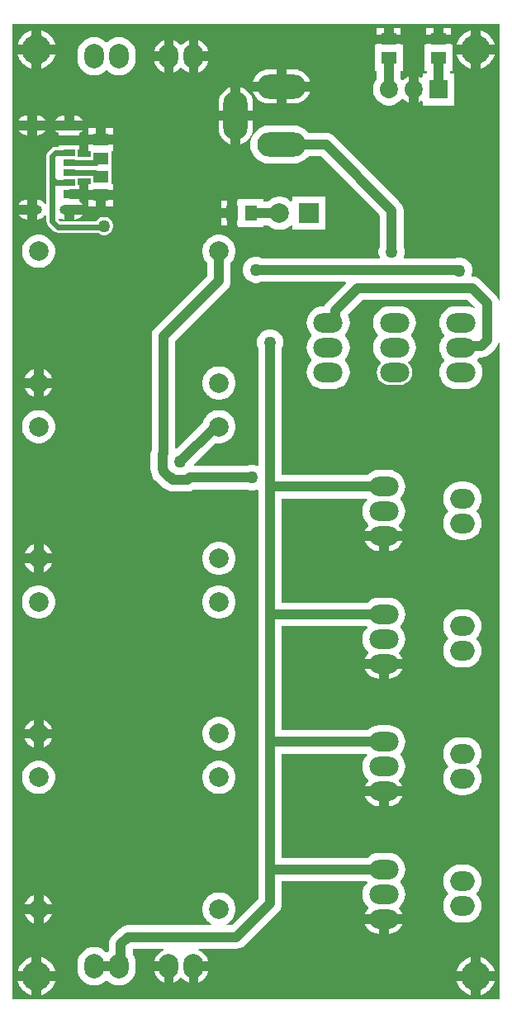
<source format=gbr>
G04*
G04 #@! TF.GenerationSoftware,Altium Limited,Altium Designer,24.2.2 (26)*
G04*
G04 Layer_Physical_Order=1*
G04 Layer_Color=255*
%FSLAX44Y44*%
%MOMM*%
G71*
G04*
G04 #@! TF.SameCoordinates,26981B9A-845B-47AF-AE02-24A449A504A3*
G04*
G04*
G04 #@! TF.FilePolarity,Positive*
G04*
G01*
G75*
%ADD16R,1.1500X0.9000*%
%ADD17R,1.1500X0.8000*%
%ADD18R,1.1500X0.7000*%
%ADD19R,1.5000X1.3000*%
%ADD20R,1.3000X1.5000*%
%ADD38C,1.0000*%
%ADD39C,0.6000*%
%ADD40C,1.8600*%
%ADD41R,1.8600X1.8600*%
%ADD42O,2.0000X1.0000*%
%ADD43O,3.0000X2.0000*%
%ADD44O,5.0000X2.5000*%
%ADD45O,2.5000X5.0000*%
%ADD46O,2.0000X2.5000*%
%ADD47C,2.0000*%
%ADD48R,2.0000X2.0000*%
%ADD49O,2.5000X2.0000*%
%ADD50C,1.2700*%
%ADD51C,3.0000*%
G36*
X499795Y1000794D02*
X500000Y1000709D01*
Y717923D01*
X498730Y717840D01*
X498691Y718132D01*
X497482Y721051D01*
X495559Y723558D01*
X480559Y738559D01*
X478052Y740482D01*
X475133Y741691D01*
X472000Y742104D01*
X471352D01*
X470759Y743374D01*
X471622Y746592D01*
Y750108D01*
X470712Y753503D01*
X468954Y756547D01*
X466469Y759033D01*
X463425Y760790D01*
X460029Y761700D01*
X456514D01*
X453119Y760790D01*
X453098Y760779D01*
X402006D01*
X401402Y761824D01*
X401454Y762049D01*
X402350Y765394D01*
Y768909D01*
X401440Y772304D01*
X401104Y772888D01*
Y810000D01*
X400691Y813133D01*
X399482Y816052D01*
X397559Y818559D01*
X330109Y886008D01*
X327602Y887932D01*
X324683Y889141D01*
X321550Y889553D01*
X303793D01*
X302355Y891305D01*
X299386Y893742D01*
X295998Y895552D01*
X292323Y896667D01*
X288500Y897044D01*
X263500D01*
X259677Y896667D01*
X256002Y895552D01*
X252614Y893742D01*
X249645Y891305D01*
X247208Y888336D01*
X245397Y884948D01*
X244282Y881272D01*
X243906Y877449D01*
X244282Y873627D01*
X245397Y869951D01*
X247208Y866563D01*
X249645Y863594D01*
X252614Y861157D01*
X256002Y859347D01*
X259677Y858232D01*
X263500Y857855D01*
X288500D01*
X292323Y858232D01*
X295998Y859347D01*
X299386Y861157D01*
X302355Y863594D01*
X303793Y865346D01*
X316537D01*
X376897Y804987D01*
Y772888D01*
X376560Y772304D01*
X375650Y768909D01*
Y765394D01*
X376546Y762049D01*
X376598Y761824D01*
X375994Y760779D01*
X256299D01*
X255153Y761440D01*
X251758Y762350D01*
X248242D01*
X244847Y761440D01*
X241803Y759683D01*
X239317Y757197D01*
X237560Y754153D01*
X236650Y750758D01*
Y747242D01*
X237560Y743847D01*
X239317Y740803D01*
X241803Y738317D01*
X244847Y736560D01*
X248242Y735650D01*
X251758D01*
X255153Y736560D01*
X255173Y736572D01*
X341795D01*
X342281Y735398D01*
X322355Y715472D01*
X320432Y712965D01*
X319983Y711882D01*
X319000D01*
X315668Y711554D01*
X312463Y710582D01*
X309510Y709003D01*
X306921Y706879D01*
X304797Y704290D01*
X303218Y701337D01*
X302246Y698133D01*
X301918Y694800D01*
X302246Y691467D01*
X303218Y688263D01*
X304797Y685310D01*
X306725Y682961D01*
X306859Y682100D01*
X306725Y681239D01*
X304797Y678890D01*
X303218Y675937D01*
X302246Y672733D01*
X301918Y669400D01*
X302246Y666067D01*
X303218Y662863D01*
X304797Y659910D01*
X306725Y657561D01*
X306859Y656700D01*
X306725Y655839D01*
X304797Y653490D01*
X303218Y650537D01*
X302246Y647333D01*
X301918Y644000D01*
X302246Y640667D01*
X303218Y637463D01*
X304797Y634510D01*
X306921Y631921D01*
X309510Y629797D01*
X312463Y628218D01*
X315668Y627246D01*
X319000Y626918D01*
X329000D01*
X332333Y627246D01*
X335537Y628218D01*
X338491Y629797D01*
X341079Y631921D01*
X343204Y634510D01*
X344782Y637463D01*
X345754Y640667D01*
X346083Y644000D01*
X345754Y647333D01*
X344782Y650537D01*
X343204Y653490D01*
X341276Y655839D01*
X341142Y656700D01*
X341276Y657561D01*
X343204Y659910D01*
X344782Y662863D01*
X345754Y666067D01*
X346083Y669400D01*
X345754Y672733D01*
X344782Y675937D01*
X343204Y678890D01*
X341276Y681239D01*
X341142Y682100D01*
X341276Y682961D01*
X343204Y685310D01*
X344782Y688263D01*
X345754Y691467D01*
X346083Y694800D01*
X345754Y698133D01*
X344782Y701337D01*
X343971Y702854D01*
X359013Y717896D01*
X466987D01*
X474381Y710502D01*
X473616Y709471D01*
X471537Y710582D01*
X468333Y711554D01*
X465000Y711882D01*
X455000D01*
X451668Y711554D01*
X448463Y710582D01*
X445510Y709003D01*
X442921Y706879D01*
X440797Y704290D01*
X439218Y701337D01*
X438246Y698133D01*
X437918Y694800D01*
X438246Y691467D01*
X439218Y688263D01*
X440797Y685310D01*
X442725Y682961D01*
X442859Y682100D01*
X442725Y681239D01*
X440797Y678890D01*
X439218Y675937D01*
X438246Y672733D01*
X437918Y669400D01*
X438246Y666067D01*
X439218Y662863D01*
X440797Y659910D01*
X442725Y657561D01*
X442859Y656700D01*
X442725Y655839D01*
X440797Y653490D01*
X439218Y650537D01*
X438246Y647333D01*
X437918Y644000D01*
X438246Y640667D01*
X439218Y637463D01*
X440797Y634510D01*
X442921Y631921D01*
X445510Y629797D01*
X448463Y628218D01*
X451668Y627246D01*
X455000Y626918D01*
X465000D01*
X468333Y627246D01*
X471537Y628218D01*
X474491Y629797D01*
X477079Y631921D01*
X479204Y634510D01*
X480782Y637463D01*
X481754Y640667D01*
X482083Y644000D01*
X481754Y647333D01*
X480782Y650537D01*
X479204Y653490D01*
X477276Y655839D01*
X477142Y656700D01*
X477276Y657561D01*
X478629Y659210D01*
X481143D01*
X484275Y659622D01*
X487194Y660831D01*
X489701Y662755D01*
X495559Y668613D01*
X497482Y671120D01*
X498691Y674039D01*
X498730Y674331D01*
X500000Y674248D01*
Y794D01*
X206D01*
X0Y1000D01*
Y1000794D01*
X499795D01*
D02*
G37*
%LPC*%
G36*
X449500Y997000D02*
X442000D01*
Y990500D01*
X449500D01*
Y997000D01*
D02*
G37*
G36*
X398500D02*
X391000D01*
Y990500D01*
X398500D01*
Y997000D01*
D02*
G37*
G36*
X381000D02*
X373500D01*
Y990500D01*
X381000D01*
Y997000D01*
D02*
G37*
G36*
X432000D02*
X424500D01*
Y990500D01*
X432000D01*
Y997000D01*
D02*
G37*
G36*
X109444Y987582D02*
X106111Y987254D01*
X102906Y986282D01*
X99953Y984703D01*
X97365Y982579D01*
X96123D01*
X93534Y984703D01*
X90581Y986282D01*
X87376Y987254D01*
X84044Y987582D01*
X80711Y987254D01*
X77506Y986282D01*
X74553Y984703D01*
X71965Y982579D01*
X69840Y979990D01*
X68262Y977037D01*
X67290Y973833D01*
X66961Y970500D01*
Y965500D01*
X67290Y962167D01*
X68262Y958963D01*
X69840Y956010D01*
X71965Y953421D01*
X74553Y951297D01*
X77506Y949718D01*
X80711Y948746D01*
X84044Y948418D01*
X87376Y948746D01*
X90581Y949718D01*
X93534Y951297D01*
X96123Y953421D01*
X97365D01*
X99953Y951297D01*
X102906Y949718D01*
X106111Y948746D01*
X109444Y948418D01*
X112776Y948746D01*
X115981Y949718D01*
X118934Y951297D01*
X121523Y953421D01*
X123647Y956010D01*
X125225Y958963D01*
X126198Y962167D01*
X126526Y965500D01*
Y970500D01*
X126198Y973833D01*
X125225Y977037D01*
X123647Y979990D01*
X121523Y982579D01*
X118934Y984703D01*
X115981Y986282D01*
X112776Y987254D01*
X109444Y987582D01*
D02*
G37*
G36*
X480000Y994397D02*
Y980000D01*
X494397D01*
X494231Y980834D01*
X492724Y984473D01*
X490535Y987749D01*
X487749Y990535D01*
X484473Y992723D01*
X480834Y994231D01*
X480000Y994397D01*
D02*
G37*
G36*
X470000D02*
X469166Y994231D01*
X465526Y992723D01*
X462251Y990535D01*
X459465Y987749D01*
X457276Y984473D01*
X455768Y980834D01*
X455603Y980000D01*
X470000D01*
Y994397D01*
D02*
G37*
G36*
X30000D02*
Y980000D01*
X44397D01*
X44232Y980834D01*
X42724Y984473D01*
X40535Y987749D01*
X37750Y990535D01*
X34474Y992723D01*
X30834Y994231D01*
X30000Y994397D01*
D02*
G37*
G36*
X20000D02*
X19166Y994231D01*
X15527Y992723D01*
X12251Y990535D01*
X9465Y987749D01*
X7276Y984473D01*
X5769Y980834D01*
X5603Y980000D01*
X20000D01*
Y994397D01*
D02*
G37*
G36*
X191000Y984658D02*
Y973000D01*
X200826D01*
X200783Y973440D01*
X199925Y976268D01*
X198532Y978874D01*
X196658Y981158D01*
X194374Y983032D01*
X191768Y984425D01*
X191000Y984658D01*
D02*
G37*
G36*
X155600Y984658D02*
X154832Y984425D01*
X152226Y983032D01*
X149942Y981158D01*
X148068Y978874D01*
X146675Y976268D01*
X145817Y973440D01*
X145774Y973000D01*
X155600D01*
Y984658D01*
D02*
G37*
G36*
X494397Y970000D02*
X480000D01*
Y955602D01*
X480834Y955768D01*
X484473Y957276D01*
X487749Y959465D01*
X490535Y962251D01*
X492724Y965526D01*
X494231Y969166D01*
X494397Y970000D01*
D02*
G37*
G36*
X470000D02*
X455603D01*
X455768Y969166D01*
X457276Y965526D01*
X459465Y962251D01*
X462251Y959465D01*
X465526Y957276D01*
X469166Y955768D01*
X470000Y955602D01*
Y970000D01*
D02*
G37*
G36*
X44397D02*
X30000D01*
Y955602D01*
X30834Y955768D01*
X34474Y957276D01*
X37750Y959465D01*
X40535Y962251D01*
X42724Y965526D01*
X44232Y969166D01*
X44397Y970000D01*
D02*
G37*
G36*
X20000D02*
X5603D01*
X5769Y969166D01*
X7276Y965526D01*
X9465Y962251D01*
X12251Y959465D01*
X15527Y957276D01*
X19166Y955768D01*
X20000Y955602D01*
Y970000D01*
D02*
G37*
G36*
X165600Y984658D02*
Y968000D01*
Y951342D01*
X166368Y951575D01*
X168974Y952968D01*
X171258Y954842D01*
X172482Y956333D01*
X174118D01*
X175342Y954842D01*
X177626Y952968D01*
X180232Y951575D01*
X181000Y951342D01*
Y968000D01*
Y984658D01*
X180232Y984425D01*
X177626Y983032D01*
X175342Y981158D01*
X174118Y979667D01*
X172482D01*
X171258Y981158D01*
X168974Y983032D01*
X166368Y984425D01*
X165600Y984658D01*
D02*
G37*
G36*
X155600Y963000D02*
X145774D01*
X145817Y962560D01*
X146675Y959732D01*
X148068Y957126D01*
X149942Y954842D01*
X152226Y952968D01*
X154832Y951575D01*
X155600Y951342D01*
Y963000D01*
D02*
G37*
G36*
X200826D02*
X191000D01*
Y951342D01*
X191768Y951575D01*
X194374Y952968D01*
X196658Y954842D01*
X198532Y957126D01*
X199925Y959732D01*
X200783Y962560D01*
X200826Y963000D01*
D02*
G37*
G36*
X449500Y980500D02*
X437000D01*
X424500D01*
Y980000D01*
X422500D01*
Y953000D01*
X424896D01*
Y950300D01*
X420700D01*
Y946725D01*
X419430Y945992D01*
X417119Y947326D01*
X416600Y947465D01*
Y934000D01*
Y920535D01*
X417119Y920675D01*
X419430Y922009D01*
X420700Y921275D01*
Y917700D01*
X453300D01*
Y950300D01*
X449103D01*
Y953000D01*
X451500D01*
Y980000D01*
X449500D01*
Y980500D01*
D02*
G37*
G36*
X288500Y954584D02*
X281000D01*
Y942000D01*
X305271D01*
X304746Y943729D01*
X303121Y946769D01*
X300934Y949434D01*
X298270Y951621D01*
X295229Y953246D01*
X291931Y954246D01*
X288500Y954584D01*
D02*
G37*
G36*
X271000D02*
X263500D01*
X260069Y954246D01*
X256771Y953246D01*
X253731Y951621D01*
X251066Y949434D01*
X248879Y946769D01*
X247254Y943729D01*
X246729Y942000D01*
X271000D01*
Y954584D01*
D02*
G37*
G36*
X398500Y980500D02*
X386000D01*
X373500D01*
Y980000D01*
X371500D01*
Y953000D01*
X373996D01*
Y944848D01*
X373539Y944391D01*
X371755Y941721D01*
X370526Y938755D01*
X369900Y935605D01*
Y932395D01*
X370526Y929246D01*
X371755Y926279D01*
X373539Y923609D01*
X375809Y921339D01*
X378479Y919555D01*
X381445Y918326D01*
X384594Y917700D01*
X387805D01*
X390954Y918326D01*
X393921Y919555D01*
X396590Y921339D01*
X398861Y923609D01*
X399305Y924275D01*
X400940Y924436D01*
X402819Y922557D01*
X406080Y920675D01*
X406600Y920535D01*
Y934000D01*
Y947465D01*
X406080Y947326D01*
X402819Y945443D01*
X400940Y943564D01*
X399305Y943725D01*
X398861Y944391D01*
X398203Y945048D01*
Y953000D01*
X400500D01*
Y980000D01*
X398500D01*
Y980500D01*
D02*
G37*
G36*
X305271Y932000D02*
X281000D01*
Y919415D01*
X288500D01*
X291931Y919753D01*
X295229Y920753D01*
X298270Y922378D01*
X300934Y924565D01*
X303121Y927230D01*
X304746Y930270D01*
X305271Y932000D01*
D02*
G37*
G36*
X271000D02*
X246729D01*
X247254Y930270D01*
X248879Y927230D01*
X251066Y924565D01*
X253731Y922378D01*
X256771Y920753D01*
X260069Y919753D01*
X263500Y919415D01*
X271000D01*
Y932000D01*
D02*
G37*
G36*
X234100Y936310D02*
Y912039D01*
X246685D01*
Y919539D01*
X246347Y922970D01*
X245346Y926269D01*
X243721Y929309D01*
X241534Y931974D01*
X238869Y934161D01*
X235829Y935786D01*
X234100Y936310D01*
D02*
G37*
G36*
X224100Y936310D02*
X222371Y935786D01*
X219331Y934161D01*
X216666Y931974D01*
X214479Y929309D01*
X212854Y926269D01*
X211853Y922970D01*
X211515Y919539D01*
Y912039D01*
X224100D01*
Y936310D01*
D02*
G37*
G36*
X63329Y907286D02*
X63329D01*
Y902200D01*
X72082D01*
X72064Y902243D01*
X70461Y904332D01*
X68373Y905935D01*
X65940Y906943D01*
X63329Y907286D01*
D02*
G37*
G36*
X53329D02*
X53329D01*
X50719Y906943D01*
X48286Y905935D01*
X46197Y904332D01*
X44594Y902243D01*
X44577Y902200D01*
X53329D01*
Y907286D01*
D02*
G37*
G36*
X25329D02*
X25329D01*
Y902200D01*
X34082D01*
X34064Y902243D01*
X32461Y904332D01*
X30373Y905935D01*
X27940Y906943D01*
X25329Y907286D01*
D02*
G37*
G36*
X15329D02*
X15329D01*
X12719Y906943D01*
X10286Y905935D01*
X8197Y904332D01*
X6594Y902243D01*
X6576Y902200D01*
X15329D01*
Y907286D01*
D02*
G37*
G36*
X103500Y894000D02*
X96000D01*
Y887500D01*
X103500D01*
Y894000D01*
D02*
G37*
G36*
X86000D02*
X78500D01*
Y887500D01*
X86000D01*
Y894000D01*
D02*
G37*
G36*
X34082Y892200D02*
X25329D01*
Y887114D01*
X25329D01*
X27940Y887457D01*
X30373Y888465D01*
X32461Y890068D01*
X34064Y892157D01*
X34082Y892200D01*
D02*
G37*
G36*
X15329D02*
X6576D01*
X6594Y892157D01*
X8197Y890068D01*
X10286Y888465D01*
X12719Y887457D01*
X15329Y887114D01*
X15329D01*
Y892200D01*
D02*
G37*
G36*
X72082D02*
X44577D01*
X44594Y892157D01*
X46197Y890068D01*
X47629Y888969D01*
Y886500D01*
X69129D01*
Y889046D01*
X70461Y890068D01*
X72064Y892157D01*
X72082Y892200D01*
D02*
G37*
G36*
X224100Y902039D02*
X211515D01*
Y894539D01*
X211853Y891109D01*
X212854Y887810D01*
X214479Y884770D01*
X216666Y882105D01*
X219331Y879918D01*
X222371Y878293D01*
X224100Y877769D01*
Y902039D01*
D02*
G37*
G36*
X246685D02*
X234100D01*
Y877769D01*
X235829Y878293D01*
X238869Y879918D01*
X241534Y882105D01*
X243721Y884770D01*
X245346Y887810D01*
X246347Y891109D01*
X246685Y894539D01*
Y902039D01*
D02*
G37*
G36*
X103500Y877500D02*
X91000D01*
X78500D01*
Y871000D01*
X80500D01*
Y865117D01*
X67129D01*
Y872000D01*
X69129D01*
Y876500D01*
X47629D01*
Y875318D01*
X44515D01*
X42174Y874852D01*
X40189Y873526D01*
X36674Y870011D01*
X35348Y868026D01*
X34883Y865685D01*
Y843000D01*
Y816863D01*
X33612Y816432D01*
X32461Y817932D01*
X30373Y819535D01*
X27940Y820543D01*
X25329Y820886D01*
X25329D01*
Y810800D01*
Y800714D01*
X25329D01*
X27940Y801057D01*
X30373Y802065D01*
X32461Y803668D01*
X33612Y805168D01*
X34883Y804737D01*
Y799000D01*
X35348Y796659D01*
X36674Y794674D01*
X42674Y788674D01*
X44659Y787348D01*
X47000Y786882D01*
X87895D01*
X88259Y786518D01*
X90391Y785287D01*
X92769Y784650D01*
X95231D01*
X97609Y785287D01*
X99741Y786518D01*
X101482Y788259D01*
X102713Y790391D01*
X103350Y792769D01*
Y795231D01*
X102713Y797609D01*
X101482Y799741D01*
X99741Y801482D01*
X97609Y802713D01*
X95231Y803350D01*
X92769D01*
X90391Y802713D01*
X88259Y801482D01*
X86518Y799741D01*
X86158Y799118D01*
X49534D01*
X47842Y800810D01*
X47871Y800880D01*
X49508Y801559D01*
X50719Y801057D01*
X53329Y800714D01*
X53329D01*
Y810800D01*
X58329D01*
Y815800D01*
X72082D01*
X72064Y815843D01*
X70461Y817932D01*
X69129Y818954D01*
Y821500D01*
X58379D01*
Y831500D01*
X69129D01*
Y836000D01*
X67129D01*
Y842883D01*
X80500D01*
Y837000D01*
X78500D01*
Y830500D01*
X91000D01*
X103500D01*
Y837000D01*
X101500D01*
Y854000D01*
X101500D01*
X101500Y855270D01*
Y871000D01*
X103500D01*
Y877500D01*
D02*
G37*
G36*
X321000Y824000D02*
X287000D01*
Y819701D01*
X285827Y819215D01*
X284837Y820205D01*
X282053Y822065D01*
X278959Y823347D01*
X275674Y824000D01*
X272326D01*
X269042Y823347D01*
X265948Y822065D01*
X263163Y820205D01*
X262062Y819104D01*
X258000D01*
Y821500D01*
X231000D01*
Y819500D01*
X230500D01*
Y807000D01*
Y794500D01*
X231000D01*
Y792500D01*
X258000D01*
Y794897D01*
X262062D01*
X263163Y793795D01*
X265948Y791935D01*
X269042Y790654D01*
X272326Y790000D01*
X275674D01*
X278959Y790654D01*
X282053Y791935D01*
X284837Y793795D01*
X285827Y794785D01*
X287000Y794299D01*
Y790000D01*
X321000D01*
Y824000D01*
D02*
G37*
G36*
X15329Y820886D02*
X15329D01*
X12719Y820543D01*
X10286Y819535D01*
X8197Y817932D01*
X6594Y815843D01*
X6576Y815800D01*
X15329D01*
Y820886D01*
D02*
G37*
G36*
X103500Y820500D02*
X96000D01*
Y814000D01*
X103500D01*
Y820500D01*
D02*
G37*
G36*
X86000D02*
X78500D01*
Y814000D01*
X86000D01*
Y820500D01*
D02*
G37*
G36*
X220500Y819500D02*
X214000D01*
Y812000D01*
X220500D01*
Y819500D01*
D02*
G37*
G36*
X72082Y805800D02*
X63329D01*
Y800714D01*
X63329D01*
X65940Y801057D01*
X68373Y802065D01*
X70461Y803668D01*
X72064Y805757D01*
X72082Y805800D01*
D02*
G37*
G36*
X15329D02*
X6576D01*
X6594Y805757D01*
X8197Y803668D01*
X10286Y802065D01*
X12719Y801057D01*
X15329Y800714D01*
X15329D01*
Y805800D01*
D02*
G37*
G36*
X220500Y802000D02*
X214000D01*
Y794500D01*
X220500D01*
Y802000D01*
D02*
G37*
G36*
X28674Y785000D02*
X25326D01*
X22041Y784346D01*
X18948Y783065D01*
X16163Y781205D01*
X13795Y778837D01*
X11935Y776052D01*
X10654Y772959D01*
X10000Y769674D01*
Y766326D01*
X10654Y763041D01*
X11935Y759947D01*
X13795Y757163D01*
X16163Y754795D01*
X18948Y752935D01*
X22041Y751653D01*
X25326Y751000D01*
X28674D01*
X31959Y751653D01*
X35053Y752935D01*
X37837Y754795D01*
X40205Y757163D01*
X42065Y759947D01*
X43347Y763041D01*
X44000Y766326D01*
Y769674D01*
X43347Y772959D01*
X42065Y776052D01*
X40205Y778837D01*
X37837Y781205D01*
X35053Y783065D01*
X31959Y784346D01*
X28674Y785000D01*
D02*
G37*
G36*
X32000Y647164D02*
Y637999D01*
X41165D01*
X40293Y640105D01*
X38651Y642561D01*
X36562Y644651D01*
X34105Y646292D01*
X32000Y647164D01*
D02*
G37*
G36*
X22000D02*
X19895Y646292D01*
X17438Y644651D01*
X15349Y642561D01*
X13707Y640105D01*
X12835Y637999D01*
X22000D01*
Y647164D01*
D02*
G37*
G36*
X397000Y711882D02*
X387000D01*
X383668Y711554D01*
X380463Y710582D01*
X377510Y709003D01*
X374921Y706879D01*
X372797Y704290D01*
X371218Y701337D01*
X370246Y698133D01*
X369918Y694800D01*
X370246Y691467D01*
X371218Y688263D01*
X372797Y685310D01*
X374725Y682961D01*
X374859Y682100D01*
X374725Y681239D01*
X372797Y678890D01*
X371218Y675937D01*
X370246Y672733D01*
X369918Y669400D01*
X370246Y666067D01*
X371218Y662863D01*
X372797Y659910D01*
X374921Y657321D01*
X377510Y655197D01*
X378084Y654890D01*
X378188Y653624D01*
X377729Y653272D01*
X375645Y650556D01*
X374335Y647394D01*
X373888Y644000D01*
X374335Y640606D01*
X375645Y637444D01*
X377729Y634728D01*
X380444Y632645D01*
X383607Y631335D01*
X387000Y630888D01*
X397000D01*
X400394Y631335D01*
X403556Y632645D01*
X406272Y634728D01*
X408356Y637444D01*
X409666Y640606D01*
X410112Y644000D01*
X409666Y647394D01*
X408356Y650556D01*
X406272Y653272D01*
X405813Y653624D01*
X405917Y654890D01*
X406491Y655197D01*
X409079Y657321D01*
X411204Y659910D01*
X412782Y662863D01*
X413754Y666067D01*
X414083Y669400D01*
X413754Y672733D01*
X412782Y675937D01*
X411204Y678890D01*
X409276Y681239D01*
X409142Y682100D01*
X409276Y682961D01*
X411204Y685310D01*
X412782Y688263D01*
X413754Y691467D01*
X414083Y694800D01*
X413754Y698133D01*
X412782Y701337D01*
X411204Y704290D01*
X409079Y706879D01*
X406491Y709003D01*
X403537Y710582D01*
X400333Y711554D01*
X397000Y711882D01*
D02*
G37*
G36*
X41165Y627999D02*
X32000D01*
Y618835D01*
X34105Y619706D01*
X36562Y621348D01*
X38651Y623437D01*
X40293Y625894D01*
X41165Y627999D01*
D02*
G37*
G36*
X22000D02*
X12835D01*
X13707Y625894D01*
X15349Y623437D01*
X17438Y621348D01*
X19895Y619706D01*
X22000Y618835D01*
Y627999D01*
D02*
G37*
G36*
X213674Y649999D02*
X210326D01*
X207041Y649346D01*
X203948Y648065D01*
X201163Y646204D01*
X198795Y643836D01*
X196935Y641052D01*
X195653Y637958D01*
X195000Y634674D01*
Y631325D01*
X195653Y628041D01*
X196935Y624947D01*
X198795Y622163D01*
X201163Y619795D01*
X203948Y617934D01*
X207041Y616653D01*
X210326Y615999D01*
X213674D01*
X216959Y616653D01*
X220053Y617934D01*
X222837Y619795D01*
X225205Y622163D01*
X227065Y624947D01*
X228347Y628041D01*
X229000Y631325D01*
Y634674D01*
X228347Y637958D01*
X227065Y641052D01*
X225205Y643836D01*
X222837Y646204D01*
X220053Y648065D01*
X216959Y649346D01*
X213674Y649999D01*
D02*
G37*
G36*
X28674Y605214D02*
X25326D01*
X22041Y604560D01*
X18948Y603279D01*
X16163Y601418D01*
X13795Y599051D01*
X11935Y596266D01*
X10654Y593172D01*
X10000Y589888D01*
Y586539D01*
X10654Y583255D01*
X11935Y580161D01*
X13795Y577377D01*
X16163Y575009D01*
X18948Y573148D01*
X22041Y571867D01*
X25326Y571214D01*
X28674D01*
X31959Y571867D01*
X35053Y573148D01*
X37837Y575009D01*
X40205Y577377D01*
X42065Y580161D01*
X43347Y583255D01*
X44000Y586539D01*
Y589888D01*
X43347Y593172D01*
X42065Y596266D01*
X40205Y599051D01*
X37837Y601418D01*
X35053Y603279D01*
X31959Y604560D01*
X28674Y605214D01*
D02*
G37*
G36*
X213674Y785000D02*
X210326D01*
X207041Y784346D01*
X203948Y783065D01*
X201163Y781205D01*
X198795Y778837D01*
X196935Y776052D01*
X195653Y772959D01*
X195000Y769674D01*
Y766326D01*
X195653Y763041D01*
X196935Y759947D01*
X198795Y757163D01*
X199897Y756062D01*
Y743014D01*
X146441Y689558D01*
X144518Y687052D01*
X143309Y684133D01*
X142896Y681000D01*
Y564552D01*
X142273Y563047D01*
X141861Y559915D01*
Y544713D01*
X142273Y541581D01*
X143240Y539246D01*
X143309Y538725D01*
X144518Y535806D01*
X146441Y533299D01*
X152299Y527441D01*
X154806Y525518D01*
X157418Y524436D01*
X158662Y523482D01*
X161581Y522273D01*
X164714Y521860D01*
X179915D01*
X183048Y522273D01*
X185967Y523482D01*
X186507Y523896D01*
X240264D01*
X240847Y523560D01*
X244242Y522650D01*
X247757D01*
X251110Y523548D01*
X251326Y523606D01*
X252380Y522998D01*
Y395000D01*
Y266000D01*
Y131000D01*
Y104497D01*
X224986Y77104D01*
X219816D01*
X219563Y78374D01*
X220053Y78576D01*
X222837Y80437D01*
X225205Y82805D01*
X227065Y85589D01*
X228347Y88683D01*
X229000Y91967D01*
Y95316D01*
X228347Y98600D01*
X227065Y101694D01*
X225205Y104478D01*
X222837Y106846D01*
X220053Y108707D01*
X216959Y109988D01*
X213674Y110642D01*
X210326D01*
X207041Y109988D01*
X203948Y108707D01*
X201163Y106846D01*
X198795Y104478D01*
X196935Y101694D01*
X195653Y98600D01*
X195000Y95316D01*
Y91967D01*
X195653Y88683D01*
X196935Y85589D01*
X198795Y82805D01*
X201163Y80437D01*
X203948Y78576D01*
X204437Y78374D01*
X204184Y77104D01*
X118858D01*
X115725Y76691D01*
X112806Y75482D01*
X110299Y73559D01*
X102798Y66058D01*
X100875Y63551D01*
X99666Y60632D01*
X99253Y57499D01*
Y51129D01*
X97604Y49775D01*
X96743Y49641D01*
X95883Y49775D01*
X93534Y51703D01*
X90581Y53282D01*
X87376Y54254D01*
X84044Y54582D01*
X80711Y54254D01*
X77506Y53282D01*
X74553Y51703D01*
X71965Y49579D01*
X69840Y46990D01*
X68262Y44037D01*
X67290Y40832D01*
X66961Y37500D01*
Y32500D01*
X67290Y29167D01*
X68262Y25963D01*
X69840Y23009D01*
X71965Y20421D01*
X74553Y18296D01*
X77506Y16718D01*
X80711Y15746D01*
X84044Y15417D01*
X87376Y15746D01*
X90581Y16718D01*
X93534Y18296D01*
X95883Y20224D01*
X96743Y20358D01*
X97604Y20224D01*
X99953Y18296D01*
X102906Y16718D01*
X106111Y15746D01*
X109444Y15417D01*
X112776Y15746D01*
X115981Y16718D01*
X118934Y18296D01*
X121523Y20421D01*
X123647Y23009D01*
X125225Y25963D01*
X126198Y29167D01*
X126526Y32500D01*
Y37500D01*
X126198Y40832D01*
X125225Y44037D01*
X123647Y46990D01*
X123461Y47217D01*
Y52486D01*
X123871Y52896D01*
X155308D01*
X155497Y51626D01*
X154832Y51425D01*
X152226Y50032D01*
X149942Y48158D01*
X148068Y45873D01*
X146675Y43268D01*
X145817Y40440D01*
X145774Y40000D01*
X160600D01*
Y35000D01*
X165600D01*
Y18341D01*
X166368Y18574D01*
X168974Y19967D01*
X171258Y21842D01*
X172482Y23333D01*
X174118D01*
X175342Y21842D01*
X177626Y19967D01*
X180232Y18574D01*
X181000Y18341D01*
Y35000D01*
X186000D01*
Y40000D01*
X200826D01*
X200783Y40440D01*
X199925Y43268D01*
X198532Y45873D01*
X196658Y48158D01*
X194374Y50032D01*
X191768Y51425D01*
X191104Y51626D01*
X191292Y52896D01*
X230000D01*
X233133Y53309D01*
X236052Y54518D01*
X238559Y56441D01*
X273042Y90925D01*
X274965Y93431D01*
X276174Y96350D01*
X276587Y99483D01*
Y122109D01*
X363402D01*
X363848Y121062D01*
X363878Y120839D01*
X361797Y118303D01*
X360218Y115349D01*
X359246Y112145D01*
X358918Y108812D01*
X359246Y105480D01*
X360218Y102275D01*
X361797Y99322D01*
X363921Y96733D01*
X365480Y95454D01*
Y94390D01*
X365271Y93983D01*
X363468Y91786D01*
X362075Y89180D01*
X361842Y88412D01*
X381000D01*
X400158D01*
X399925Y89180D01*
X398532Y91786D01*
X396730Y93983D01*
X396520Y94390D01*
Y95454D01*
X398079Y96733D01*
X400203Y99322D01*
X401782Y102275D01*
X402754Y105480D01*
X403082Y108812D01*
X402754Y112145D01*
X401782Y115349D01*
X400203Y118303D01*
X398276Y120652D01*
X398141Y121512D01*
X398276Y122373D01*
X400203Y124722D01*
X401782Y127675D01*
X402754Y130880D01*
X403082Y134212D01*
X402754Y137545D01*
X401782Y140749D01*
X400203Y143703D01*
X398079Y146291D01*
X395490Y148416D01*
X392537Y149994D01*
X389333Y150966D01*
X386000Y151294D01*
X376000D01*
X372667Y150966D01*
X369463Y149994D01*
X366510Y148416D01*
X363951Y146316D01*
X276587D01*
Y252949D01*
X363402D01*
X363848Y251902D01*
X363878Y251679D01*
X361797Y249143D01*
X360218Y246189D01*
X359246Y242985D01*
X358918Y239652D01*
X359246Y236320D01*
X360218Y233115D01*
X361797Y230162D01*
X363921Y227573D01*
X365480Y226294D01*
Y225230D01*
X365271Y224823D01*
X363468Y222626D01*
X362075Y220020D01*
X361842Y219252D01*
X381000D01*
X400158D01*
X399925Y220020D01*
X398532Y222626D01*
X396730Y224823D01*
X396520Y225230D01*
Y226294D01*
X398079Y227573D01*
X400203Y230162D01*
X401782Y233115D01*
X402754Y236320D01*
X403082Y239652D01*
X402754Y242985D01*
X401782Y246189D01*
X400203Y249143D01*
X398276Y251492D01*
X398141Y252352D01*
X398276Y253213D01*
X400203Y255562D01*
X401782Y258515D01*
X402754Y261720D01*
X403082Y265052D01*
X402754Y268385D01*
X401782Y271589D01*
X400203Y274543D01*
X398079Y277131D01*
X395490Y279256D01*
X392537Y280834D01*
X389333Y281806D01*
X386000Y282134D01*
X376000D01*
X372667Y281806D01*
X369463Y280834D01*
X366510Y279256D01*
X363951Y277156D01*
X276587D01*
Y383789D01*
X363402D01*
X363848Y382742D01*
X363878Y382519D01*
X361797Y379983D01*
X360218Y377029D01*
X359246Y373825D01*
X358918Y370492D01*
X359246Y367160D01*
X360218Y363955D01*
X361797Y361002D01*
X363921Y358413D01*
X365480Y357133D01*
Y356070D01*
X365271Y355663D01*
X363468Y353466D01*
X362075Y350860D01*
X361842Y350092D01*
X381000D01*
X400158D01*
X399925Y350860D01*
X398532Y353466D01*
X396730Y355663D01*
X396520Y356070D01*
Y357133D01*
X398079Y358413D01*
X400203Y361002D01*
X401782Y363955D01*
X402754Y367160D01*
X403082Y370492D01*
X402754Y373825D01*
X401782Y377029D01*
X400203Y379983D01*
X398276Y382332D01*
X398141Y383192D01*
X398276Y384053D01*
X400203Y386402D01*
X401782Y389355D01*
X402754Y392560D01*
X403082Y395892D01*
X402754Y399225D01*
X401782Y402429D01*
X400203Y405383D01*
X398079Y407971D01*
X395490Y410095D01*
X392537Y411674D01*
X389333Y412646D01*
X386000Y412974D01*
X376000D01*
X372667Y412646D01*
X369463Y411674D01*
X366510Y410095D01*
X363951Y407996D01*
X276587D01*
Y514629D01*
X363402D01*
X363848Y513582D01*
X363878Y513359D01*
X361797Y510822D01*
X360218Y507869D01*
X359246Y504665D01*
X358918Y501332D01*
X359246Y498000D01*
X360218Y494795D01*
X361797Y491842D01*
X363921Y489253D01*
X365480Y487974D01*
Y486910D01*
X365271Y486503D01*
X363468Y484306D01*
X362075Y481700D01*
X361842Y480932D01*
X381000D01*
X400158D01*
X399925Y481700D01*
X398532Y484306D01*
X396730Y486503D01*
X396520Y486910D01*
Y487974D01*
X398079Y489253D01*
X400203Y491842D01*
X401782Y494795D01*
X402754Y498000D01*
X403082Y501332D01*
X402754Y504665D01*
X401782Y507869D01*
X400203Y510822D01*
X398276Y513172D01*
X398141Y514032D01*
X398276Y514893D01*
X400203Y517242D01*
X401782Y520195D01*
X402754Y523400D01*
X403082Y526732D01*
X402754Y530065D01*
X401782Y533269D01*
X400203Y536222D01*
X398079Y538811D01*
X395490Y540936D01*
X392537Y542514D01*
X389333Y543486D01*
X386000Y543814D01*
X376000D01*
X372667Y543486D01*
X369463Y542514D01*
X366510Y540936D01*
X363951Y538836D01*
X276587D01*
Y668942D01*
X276923Y669525D01*
X277833Y672921D01*
Y676436D01*
X276923Y679831D01*
X275166Y682875D01*
X272680Y685361D01*
X269636Y687119D01*
X266241Y688028D01*
X262726D01*
X259330Y687119D01*
X256286Y685361D01*
X253801Y682875D01*
X252043Y679831D01*
X251133Y676436D01*
Y672921D01*
X252043Y669525D01*
X252380Y668942D01*
Y549002D01*
X251326Y548394D01*
X251110Y548452D01*
X247757Y549350D01*
X244242D01*
X240847Y548440D01*
X240264Y548104D01*
X186880D01*
X186394Y549277D01*
X208662Y571545D01*
X210326Y571214D01*
X213674D01*
X216959Y571867D01*
X220053Y573148D01*
X222837Y575009D01*
X225205Y577377D01*
X227065Y580161D01*
X228347Y583255D01*
X229000Y586539D01*
Y589888D01*
X228347Y593172D01*
X227065Y596266D01*
X225205Y599051D01*
X222837Y601418D01*
X220053Y603279D01*
X216959Y604560D01*
X213674Y605214D01*
X210326D01*
X207041Y604560D01*
X203948Y603279D01*
X201163Y601418D01*
X198795Y599051D01*
X196935Y596266D01*
X195653Y593172D01*
X195553Y592670D01*
X168374Y565490D01*
X167135Y566003D01*
X167104Y566054D01*
Y675987D01*
X220559Y729442D01*
X222482Y731948D01*
X223691Y734867D01*
X224104Y738000D01*
Y756062D01*
X225205Y757163D01*
X227065Y759947D01*
X228347Y763041D01*
X229000Y766326D01*
Y769674D01*
X228347Y772959D01*
X227065Y776052D01*
X225205Y778837D01*
X222837Y781205D01*
X220053Y783065D01*
X216959Y784346D01*
X213674Y785000D01*
D02*
G37*
G36*
X464000Y531682D02*
X459000D01*
X455668Y531354D01*
X452463Y530382D01*
X449510Y528803D01*
X446921Y526679D01*
X444797Y524090D01*
X443218Y521137D01*
X442246Y517932D01*
X441918Y514600D01*
X442246Y511267D01*
X443218Y508063D01*
X444797Y505109D01*
X446725Y502760D01*
X446859Y501900D01*
X446725Y501039D01*
X444797Y498690D01*
X443218Y495737D01*
X442246Y492532D01*
X441918Y489200D01*
X442246Y485867D01*
X443218Y482663D01*
X444797Y479709D01*
X446921Y477121D01*
X449510Y474996D01*
X452463Y473418D01*
X455668Y472446D01*
X459000Y472117D01*
X464000D01*
X467333Y472446D01*
X470537Y473418D01*
X473491Y474996D01*
X476079Y477121D01*
X478204Y479709D01*
X479782Y482663D01*
X480754Y485867D01*
X481082Y489200D01*
X480754Y492532D01*
X479782Y495737D01*
X478204Y498690D01*
X476276Y501039D01*
X476142Y501900D01*
X476276Y502760D01*
X478204Y505109D01*
X479782Y508063D01*
X480754Y511267D01*
X481082Y514600D01*
X480754Y517932D01*
X479782Y521137D01*
X478204Y524090D01*
X476079Y526679D01*
X473491Y528803D01*
X470537Y530382D01*
X467333Y531354D01*
X464000Y531682D01*
D02*
G37*
G36*
X400158Y470932D02*
X386000D01*
Y460860D01*
X388941Y461149D01*
X391768Y462007D01*
X394374Y463400D01*
X396658Y465274D01*
X398532Y467558D01*
X399925Y470164D01*
X400158Y470932D01*
D02*
G37*
G36*
X376000D02*
X361842D01*
X362075Y470164D01*
X363468Y467558D01*
X365342Y465274D01*
X367626Y463400D01*
X370232Y462007D01*
X373060Y461149D01*
X376000Y460860D01*
X376000D01*
Y470932D01*
D02*
G37*
G36*
X32000Y467379D02*
Y458214D01*
X41165D01*
X40293Y460319D01*
X38651Y462776D01*
X36562Y464865D01*
X34105Y466507D01*
X32000Y467379D01*
D02*
G37*
G36*
X22000D02*
X19895Y466507D01*
X17438Y464865D01*
X15349Y462776D01*
X13707Y460319D01*
X12835Y458214D01*
X22000D01*
Y467379D01*
D02*
G37*
G36*
X41165Y448214D02*
X32000D01*
Y439049D01*
X34105Y439921D01*
X36562Y441562D01*
X38651Y443652D01*
X40293Y446109D01*
X41165Y448214D01*
D02*
G37*
G36*
X22000D02*
X12835D01*
X13707Y446109D01*
X15349Y443652D01*
X17438Y441562D01*
X19895Y439921D01*
X22000Y439049D01*
Y448214D01*
D02*
G37*
G36*
X213674Y470214D02*
X210326D01*
X207041Y469561D01*
X203948Y468279D01*
X201163Y466418D01*
X198795Y464051D01*
X196935Y461266D01*
X195653Y458172D01*
X195000Y454888D01*
Y451539D01*
X195653Y448255D01*
X196935Y445161D01*
X198795Y442377D01*
X201163Y440009D01*
X203948Y438148D01*
X207041Y436867D01*
X210326Y436214D01*
X213674D01*
X216959Y436867D01*
X220053Y438148D01*
X222837Y440009D01*
X225205Y442377D01*
X227065Y445161D01*
X228347Y448255D01*
X229000Y451539D01*
Y454888D01*
X228347Y458172D01*
X227065Y461266D01*
X225205Y464051D01*
X222837Y466418D01*
X220053Y468279D01*
X216959Y469561D01*
X213674Y470214D01*
D02*
G37*
G36*
Y425428D02*
X210326D01*
X207041Y424774D01*
X203948Y423493D01*
X201163Y421632D01*
X198795Y419264D01*
X196935Y416480D01*
X195653Y413386D01*
X195000Y410102D01*
Y406753D01*
X195653Y403469D01*
X196935Y400375D01*
X198795Y397591D01*
X201163Y395223D01*
X203948Y393362D01*
X207041Y392081D01*
X210326Y391428D01*
X213674D01*
X216959Y392081D01*
X220053Y393362D01*
X222837Y395223D01*
X225205Y397591D01*
X227065Y400375D01*
X228347Y403469D01*
X229000Y406753D01*
Y410102D01*
X228347Y413386D01*
X227065Y416480D01*
X225205Y419264D01*
X222837Y421632D01*
X220053Y423493D01*
X216959Y424774D01*
X213674Y425428D01*
D02*
G37*
G36*
X28674D02*
X25326D01*
X22041Y424774D01*
X18948Y423493D01*
X16163Y421632D01*
X13795Y419264D01*
X11935Y416480D01*
X10654Y413386D01*
X10000Y410102D01*
Y406753D01*
X10654Y403469D01*
X11935Y400375D01*
X13795Y397591D01*
X16163Y395223D01*
X18948Y393362D01*
X22041Y392081D01*
X25326Y391428D01*
X28674D01*
X31959Y392081D01*
X35053Y393362D01*
X37837Y395223D01*
X40205Y397591D01*
X42065Y400375D01*
X43347Y403469D01*
X44000Y406753D01*
Y410102D01*
X43347Y413386D01*
X42065Y416480D01*
X40205Y419264D01*
X37837Y421632D01*
X35053Y423493D01*
X31959Y424774D01*
X28674Y425428D01*
D02*
G37*
G36*
X464000Y400842D02*
X459000D01*
X455668Y400514D01*
X452463Y399542D01*
X449510Y397963D01*
X446921Y395839D01*
X444797Y393250D01*
X443218Y390297D01*
X442246Y387092D01*
X441918Y383760D01*
X442246Y380427D01*
X443218Y377223D01*
X444797Y374269D01*
X446725Y371920D01*
X446859Y371060D01*
X446725Y370199D01*
X444797Y367850D01*
X443218Y364897D01*
X442246Y361692D01*
X441918Y358360D01*
X442246Y355027D01*
X443218Y351823D01*
X444797Y348869D01*
X446921Y346281D01*
X449510Y344156D01*
X452463Y342578D01*
X455668Y341606D01*
X459000Y341277D01*
X464000D01*
X467333Y341606D01*
X470537Y342578D01*
X473491Y344156D01*
X476079Y346281D01*
X478204Y348869D01*
X479782Y351823D01*
X480754Y355027D01*
X481082Y358360D01*
X480754Y361692D01*
X479782Y364897D01*
X478204Y367850D01*
X476276Y370199D01*
X476142Y371060D01*
X476276Y371920D01*
X478204Y374269D01*
X479782Y377223D01*
X480754Y380427D01*
X481082Y383760D01*
X480754Y387092D01*
X479782Y390297D01*
X478204Y393250D01*
X476079Y395839D01*
X473491Y397963D01*
X470537Y399542D01*
X467333Y400514D01*
X464000Y400842D01*
D02*
G37*
G36*
X400158Y340092D02*
X386000D01*
Y330020D01*
X388941Y330309D01*
X391768Y331167D01*
X394374Y332560D01*
X396658Y334434D01*
X398532Y336718D01*
X399925Y339324D01*
X400158Y340092D01*
D02*
G37*
G36*
X376000D02*
X361842D01*
X362075Y339324D01*
X363468Y336718D01*
X365342Y334434D01*
X367626Y332560D01*
X370232Y331167D01*
X373060Y330309D01*
X376000Y330020D01*
X376000D01*
Y340092D01*
D02*
G37*
G36*
X32000Y287592D02*
Y278428D01*
X41165D01*
X40293Y280533D01*
X38651Y282990D01*
X36562Y285079D01*
X34105Y286721D01*
X32000Y287592D01*
D02*
G37*
G36*
X22000D02*
X19895Y286721D01*
X17438Y285079D01*
X15349Y282990D01*
X13707Y280533D01*
X12835Y278428D01*
X22000D01*
Y287592D01*
D02*
G37*
G36*
X41165Y268428D02*
X32000D01*
Y259263D01*
X34105Y260135D01*
X36562Y261776D01*
X38651Y263866D01*
X40293Y266322D01*
X41165Y268428D01*
D02*
G37*
G36*
X22000D02*
X12835D01*
X13707Y266322D01*
X15349Y263866D01*
X17438Y261776D01*
X19895Y260135D01*
X22000Y259263D01*
Y268428D01*
D02*
G37*
G36*
X213674Y290428D02*
X210326D01*
X207041Y289774D01*
X203948Y288493D01*
X201163Y286632D01*
X198795Y284265D01*
X196935Y281480D01*
X195653Y278386D01*
X195000Y275102D01*
Y271753D01*
X195653Y268469D01*
X196935Y265375D01*
X198795Y262591D01*
X201163Y260223D01*
X203948Y258362D01*
X207041Y257081D01*
X210326Y256428D01*
X213674D01*
X216959Y257081D01*
X220053Y258362D01*
X222837Y260223D01*
X225205Y262591D01*
X227065Y265375D01*
X228347Y268469D01*
X229000Y271753D01*
Y275102D01*
X228347Y278386D01*
X227065Y281480D01*
X225205Y284265D01*
X222837Y286632D01*
X220053Y288493D01*
X216959Y289774D01*
X213674Y290428D01*
D02*
G37*
G36*
Y245641D02*
X210326D01*
X207041Y244988D01*
X203948Y243707D01*
X201163Y241846D01*
X198795Y239478D01*
X196935Y236694D01*
X195653Y233600D01*
X195000Y230316D01*
Y226967D01*
X195653Y223683D01*
X196935Y220589D01*
X198795Y217805D01*
X201163Y215437D01*
X203948Y213576D01*
X207041Y212295D01*
X210326Y211642D01*
X213674D01*
X216959Y212295D01*
X220053Y213576D01*
X222837Y215437D01*
X225205Y217805D01*
X227065Y220589D01*
X228347Y223683D01*
X229000Y226967D01*
Y230316D01*
X228347Y233600D01*
X227065Y236694D01*
X225205Y239478D01*
X222837Y241846D01*
X220053Y243707D01*
X216959Y244988D01*
X213674Y245641D01*
D02*
G37*
G36*
X28674D02*
X25326D01*
X22041Y244988D01*
X18948Y243707D01*
X16163Y241846D01*
X13795Y239478D01*
X11935Y236694D01*
X10654Y233600D01*
X10000Y230316D01*
Y226967D01*
X10654Y223683D01*
X11935Y220589D01*
X13795Y217805D01*
X16163Y215437D01*
X18948Y213576D01*
X22041Y212295D01*
X25326Y211642D01*
X28674D01*
X31959Y212295D01*
X35053Y213576D01*
X37837Y215437D01*
X40205Y217805D01*
X42065Y220589D01*
X43347Y223683D01*
X44000Y226967D01*
Y230316D01*
X43347Y233600D01*
X42065Y236694D01*
X40205Y239478D01*
X37837Y241846D01*
X35053Y243707D01*
X31959Y244988D01*
X28674Y245641D01*
D02*
G37*
G36*
X464000Y270002D02*
X459000D01*
X455668Y269674D01*
X452463Y268702D01*
X449510Y267123D01*
X446921Y264999D01*
X444797Y262410D01*
X443218Y259457D01*
X442246Y256252D01*
X441918Y252920D01*
X442246Y249587D01*
X443218Y246383D01*
X444797Y243429D01*
X446725Y241080D01*
X446859Y240220D01*
X446725Y239359D01*
X444797Y237010D01*
X443218Y234057D01*
X442246Y230852D01*
X441918Y227520D01*
X442246Y224187D01*
X443218Y220983D01*
X444797Y218029D01*
X446921Y215441D01*
X449510Y213316D01*
X452463Y211738D01*
X455668Y210766D01*
X459000Y210437D01*
X464000D01*
X467333Y210766D01*
X470537Y211738D01*
X473491Y213316D01*
X476079Y215441D01*
X478204Y218029D01*
X479782Y220983D01*
X480754Y224187D01*
X481082Y227520D01*
X480754Y230852D01*
X479782Y234057D01*
X478204Y237010D01*
X476276Y239359D01*
X476142Y240220D01*
X476276Y241080D01*
X478204Y243429D01*
X479782Y246383D01*
X480754Y249587D01*
X481082Y252920D01*
X480754Y256252D01*
X479782Y259457D01*
X478204Y262410D01*
X476079Y264999D01*
X473491Y267123D01*
X470537Y268702D01*
X467333Y269674D01*
X464000Y270002D01*
D02*
G37*
G36*
X400158Y209252D02*
X386000D01*
Y199180D01*
X388941Y199469D01*
X391768Y200327D01*
X394374Y201720D01*
X396658Y203594D01*
X398532Y205878D01*
X399925Y208484D01*
X400158Y209252D01*
D02*
G37*
G36*
X376000D02*
X361842D01*
X362075Y208484D01*
X363468Y205878D01*
X365342Y203594D01*
X367626Y201720D01*
X370232Y200327D01*
X373060Y199469D01*
X376000Y199180D01*
X376000D01*
Y209252D01*
D02*
G37*
G36*
X32000Y107806D02*
Y98642D01*
X41165D01*
X40293Y100747D01*
X38651Y103203D01*
X36562Y105293D01*
X34105Y106934D01*
X32000Y107806D01*
D02*
G37*
G36*
X22000D02*
X19895Y106934D01*
X17438Y105293D01*
X15349Y103203D01*
X13707Y100747D01*
X12835Y98642D01*
X22000D01*
Y107806D01*
D02*
G37*
G36*
X464000Y139162D02*
X459000D01*
X455668Y138834D01*
X452463Y137862D01*
X449510Y136283D01*
X446921Y134159D01*
X444797Y131570D01*
X443218Y128617D01*
X442246Y125412D01*
X441918Y122080D01*
X442246Y118747D01*
X443218Y115543D01*
X444797Y112589D01*
X446725Y110240D01*
X446859Y109380D01*
X446725Y108519D01*
X444797Y106170D01*
X443218Y103217D01*
X442246Y100012D01*
X441918Y96680D01*
X442246Y93347D01*
X443218Y90143D01*
X444797Y87189D01*
X446921Y84601D01*
X449510Y82476D01*
X452463Y80898D01*
X455668Y79926D01*
X459000Y79598D01*
X464000D01*
X467333Y79926D01*
X470537Y80898D01*
X473491Y82476D01*
X476079Y84601D01*
X478204Y87189D01*
X479782Y90143D01*
X480754Y93347D01*
X481082Y96680D01*
X480754Y100012D01*
X479782Y103217D01*
X478204Y106170D01*
X476276Y108519D01*
X476142Y109380D01*
X476276Y110240D01*
X478204Y112589D01*
X479782Y115543D01*
X480754Y118747D01*
X481082Y122080D01*
X480754Y125412D01*
X479782Y128617D01*
X478204Y131570D01*
X476079Y134159D01*
X473491Y136283D01*
X470537Y137862D01*
X467333Y138834D01*
X464000Y139162D01*
D02*
G37*
G36*
X41165Y88642D02*
X32000D01*
Y79477D01*
X34105Y80349D01*
X36562Y81990D01*
X38651Y84080D01*
X40293Y86536D01*
X41165Y88642D01*
D02*
G37*
G36*
X22000D02*
X12835D01*
X13707Y86536D01*
X15349Y84080D01*
X17438Y81990D01*
X19895Y80349D01*
X22000Y79477D01*
Y88642D01*
D02*
G37*
G36*
X400158Y78412D02*
X386000D01*
Y68340D01*
X388941Y68629D01*
X391768Y69487D01*
X394374Y70880D01*
X396658Y72754D01*
X398532Y75038D01*
X399925Y77644D01*
X400158Y78412D01*
D02*
G37*
G36*
X376000D02*
X361842D01*
X362075Y77644D01*
X363468Y75038D01*
X365342Y72754D01*
X367626Y70880D01*
X370232Y69487D01*
X373060Y68629D01*
X376000Y68340D01*
X376000D01*
Y78412D01*
D02*
G37*
G36*
X480000Y44397D02*
Y30000D01*
X494397D01*
X494231Y30833D01*
X492724Y34473D01*
X490535Y37749D01*
X487749Y40535D01*
X484473Y42723D01*
X480834Y44231D01*
X480000Y44397D01*
D02*
G37*
G36*
X470000D02*
X469166Y44231D01*
X465526Y42723D01*
X462251Y40535D01*
X459465Y37749D01*
X457276Y34473D01*
X455768Y30833D01*
X455603Y30000D01*
X470000D01*
Y44397D01*
D02*
G37*
G36*
X30000D02*
Y30000D01*
X44397D01*
X44232Y30833D01*
X42724Y34473D01*
X40535Y37749D01*
X37750Y40535D01*
X34474Y42723D01*
X30834Y44231D01*
X30000Y44397D01*
D02*
G37*
G36*
X20000D02*
X19166Y44231D01*
X15527Y42723D01*
X12251Y40535D01*
X9465Y37749D01*
X7276Y34473D01*
X5769Y30833D01*
X5603Y30000D01*
X20000D01*
Y44397D01*
D02*
G37*
G36*
X200826Y30000D02*
X191000D01*
Y18341D01*
X191768Y18574D01*
X194374Y19967D01*
X196658Y21842D01*
X198532Y24126D01*
X199925Y26732D01*
X200783Y29559D01*
X200826Y30000D01*
D02*
G37*
G36*
X155600D02*
X145774D01*
X145817Y29559D01*
X146675Y26732D01*
X148068Y24126D01*
X149942Y21842D01*
X152226Y19967D01*
X154832Y18574D01*
X155600Y18341D01*
Y30000D01*
D02*
G37*
G36*
X44397Y20000D02*
X30000D01*
Y5602D01*
X30834Y5768D01*
X34474Y7276D01*
X37750Y9465D01*
X40535Y12250D01*
X42724Y15526D01*
X44232Y19166D01*
X44397Y20000D01*
D02*
G37*
G36*
X20000D02*
X5603D01*
X5769Y19166D01*
X7276Y15526D01*
X9465Y12250D01*
X12251Y9465D01*
X15527Y7276D01*
X19166Y5768D01*
X20000Y5602D01*
Y20000D01*
D02*
G37*
G36*
X494397D02*
X480000D01*
Y5602D01*
X480834Y5768D01*
X484473Y7276D01*
X487749Y9465D01*
X490535Y12250D01*
X492724Y15526D01*
X494231Y19166D01*
X494397Y20000D01*
D02*
G37*
G36*
X470000D02*
X455603D01*
X455768Y19166D01*
X457276Y15526D01*
X459465Y12250D01*
X462251Y9465D01*
X465526Y7276D01*
X469166Y5768D01*
X470000Y5602D01*
Y20000D01*
D02*
G37*
%LPD*%
D16*
X58379Y826500D02*
D03*
Y881500D02*
D03*
D17*
Y838800D02*
D03*
Y869200D02*
D03*
D18*
Y859000D02*
D03*
Y849000D02*
D03*
D19*
X91000Y863500D02*
D03*
Y882500D02*
D03*
Y844500D02*
D03*
Y825500D02*
D03*
X386000Y985500D02*
D03*
Y966500D02*
D03*
X437000Y985500D02*
D03*
Y966500D02*
D03*
D20*
X225500Y807000D02*
D03*
X244500D02*
D03*
D38*
X179915Y533964D02*
X181951Y536000D01*
X153964Y544713D02*
X155000Y543677D01*
X153964Y559915D02*
X155000Y560950D01*
X153964Y544713D02*
Y559915D01*
X181951Y536000D02*
X246000D01*
X160858D02*
X162677D01*
X164714Y533964D01*
X179915D01*
X155000Y541858D02*
Y543677D01*
Y560950D02*
Y681000D01*
X172314Y552314D02*
X208214Y588214D01*
X212000D01*
X155000Y541858D02*
X160858Y536000D01*
X264483Y528000D02*
Y674678D01*
X155000Y681000D02*
X212000Y738000D01*
Y768000D01*
X264483Y395000D02*
Y528000D01*
X265751Y526732D01*
X381000D01*
X264483Y266000D02*
Y395000D01*
X265375Y395892D01*
X381000D01*
X264483Y131000D02*
Y266000D01*
X265431Y265052D01*
X381000D01*
X264483Y99483D02*
Y131000D01*
X267695Y134212D01*
X381000D01*
X84044Y35000D02*
X109444D01*
X111357Y36913D01*
Y57499D01*
X118858Y65000D01*
X230000D01*
X264483Y99483D01*
X250325Y748675D02*
X457947D01*
X250000Y749000D02*
X250325Y748675D01*
X457947D02*
X458272Y748350D01*
X386100Y934100D02*
X386200Y934000D01*
X386000Y966500D02*
X386100Y966400D01*
Y934100D02*
Y966400D01*
X354000Y730000D02*
X472000D01*
X330914Y706914D02*
X354000Y730000D01*
X472000D02*
X487000Y715000D01*
X389000Y767152D02*
Y810000D01*
X276000Y877449D02*
X321550D01*
X389000Y810000D01*
X487000Y677171D02*
Y715000D01*
X326294Y694800D02*
X330914Y699419D01*
Y706914D01*
X324000Y694800D02*
X326294D01*
X461914Y671313D02*
X481143D01*
X487000Y677171D01*
X460000Y669400D02*
X461914Y671313D01*
X244500Y807000D02*
X274000D01*
X437000Y934000D02*
X437000Y934000D01*
Y966500D02*
X437000Y966500D01*
X437000Y934000D02*
Y966500D01*
D39*
X41000Y843000D02*
X45200Y838800D01*
X41000Y799000D02*
Y843000D01*
Y799000D02*
X47000Y793000D01*
X93000D01*
X94000Y794000D01*
X45200Y838800D02*
X58379D01*
X41000Y843000D02*
Y865685D01*
X44515Y869200D02*
X58379D01*
X41000Y865685D02*
X44515Y869200D01*
X90000Y863500D02*
X91000D01*
X58379Y859000D02*
X85500D01*
X90000Y863500D01*
Y843500D02*
X91000D01*
X58379Y849000D02*
X84500D01*
X90000Y843500D01*
D40*
X386200Y934000D02*
D03*
X411600D02*
D03*
D41*
X437000D02*
D03*
D42*
X20329Y810800D02*
D03*
Y897200D02*
D03*
X58329Y810800D02*
D03*
Y897200D02*
D03*
D43*
X392000Y694800D02*
D03*
Y669400D02*
D03*
Y644000D02*
D03*
X381000Y475932D02*
D03*
Y501332D02*
D03*
Y526732D02*
D03*
X460000Y694800D02*
D03*
Y669400D02*
D03*
Y644000D02*
D03*
X324000Y694800D02*
D03*
Y669400D02*
D03*
Y644000D02*
D03*
X381000Y83412D02*
D03*
Y108812D02*
D03*
Y134212D02*
D03*
Y214252D02*
D03*
Y239652D02*
D03*
Y265052D02*
D03*
Y345092D02*
D03*
Y370492D02*
D03*
Y395892D02*
D03*
D44*
X276000Y877449D02*
D03*
Y937000D02*
D03*
D45*
X229100Y907039D02*
D03*
D46*
X160600Y968000D02*
D03*
X186000D02*
D03*
X109444Y35000D02*
D03*
X84044D02*
D03*
X186000D02*
D03*
X160600D02*
D03*
X84044Y968000D02*
D03*
X109444D02*
D03*
D47*
X27000Y93642D02*
D03*
Y228641D02*
D03*
X212000D02*
D03*
Y93642D02*
D03*
Y273428D02*
D03*
Y408428D02*
D03*
X27000D02*
D03*
Y273428D02*
D03*
X212000Y453214D02*
D03*
Y588214D02*
D03*
X27000D02*
D03*
Y453214D02*
D03*
X274000Y807000D02*
D03*
X212000Y632999D02*
D03*
Y768000D02*
D03*
X27000D02*
D03*
Y632999D02*
D03*
D48*
X304000Y807000D02*
D03*
D49*
X461500Y252920D02*
D03*
Y227520D02*
D03*
Y383760D02*
D03*
Y358360D02*
D03*
Y489200D02*
D03*
Y514600D02*
D03*
Y96680D02*
D03*
Y122080D02*
D03*
D50*
X172314Y552314D02*
D03*
X246000Y536000D02*
D03*
X264483Y674678D02*
D03*
X250000Y749000D02*
D03*
X458272Y748350D02*
D03*
X389000Y767152D02*
D03*
X94000Y794000D02*
D03*
D51*
X25000Y25000D02*
D03*
X475000Y975000D02*
D03*
X25000D02*
D03*
X475000Y25000D02*
D03*
M02*

</source>
